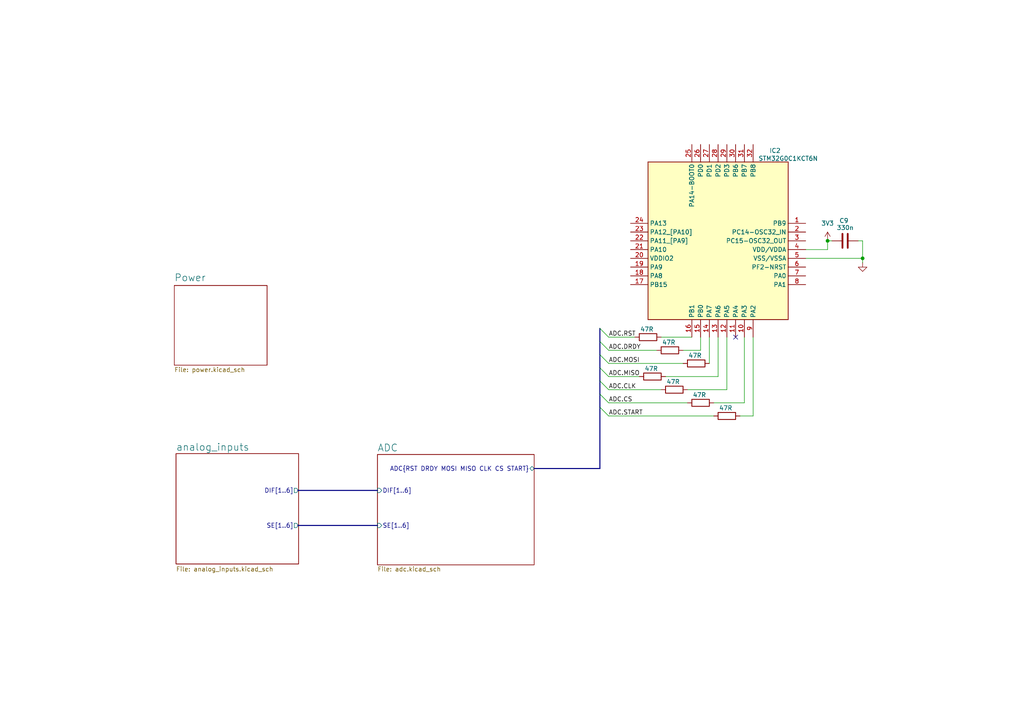
<source format=kicad_sch>
(kicad_sch
	(version 20250114)
	(generator "eeschema")
	(generator_version "9.0")
	(uuid "b652b05a-4e3d-4ad1-b032-18886abe7d45")
	(paper "A4")
	(title_block
		(title "Universal use measuring PCB")
		(rev "${REVISION}")
		(company "Author: Kacper Pawlak")
		(comment 1 "Reviewer:")
	)
	(lib_symbols
		(symbol "Device:C"
			(pin_numbers
				(hide yes)
			)
			(pin_names
				(offset 0.254)
			)
			(exclude_from_sim no)
			(in_bom yes)
			(on_board yes)
			(property "Reference" "C"
				(at 0.635 2.54 0)
				(effects
					(font
						(size 1.27 1.27)
					)
					(justify left)
				)
			)
			(property "Value" "C"
				(at 0.635 -2.54 0)
				(effects
					(font
						(size 1.27 1.27)
					)
					(justify left)
				)
			)
			(property "Footprint" ""
				(at 0.9652 -3.81 0)
				(effects
					(font
						(size 1.27 1.27)
					)
					(hide yes)
				)
			)
			(property "Datasheet" "~"
				(at 0 0 0)
				(effects
					(font
						(size 1.27 1.27)
					)
					(hide yes)
				)
			)
			(property "Description" "Unpolarized capacitor"
				(at 0 0 0)
				(effects
					(font
						(size 1.27 1.27)
					)
					(hide yes)
				)
			)
			(property "ki_keywords" "cap capacitor"
				(at 0 0 0)
				(effects
					(font
						(size 1.27 1.27)
					)
					(hide yes)
				)
			)
			(property "ki_fp_filters" "C_*"
				(at 0 0 0)
				(effects
					(font
						(size 1.27 1.27)
					)
					(hide yes)
				)
			)
			(symbol "C_0_1"
				(polyline
					(pts
						(xy -2.032 0.762) (xy 2.032 0.762)
					)
					(stroke
						(width 0.508)
						(type default)
					)
					(fill
						(type none)
					)
				)
				(polyline
					(pts
						(xy -2.032 -0.762) (xy 2.032 -0.762)
					)
					(stroke
						(width 0.508)
						(type default)
					)
					(fill
						(type none)
					)
				)
			)
			(symbol "C_1_1"
				(pin passive line
					(at 0 3.81 270)
					(length 2.794)
					(name "~"
						(effects
							(font
								(size 1.27 1.27)
							)
						)
					)
					(number "1"
						(effects
							(font
								(size 1.27 1.27)
							)
						)
					)
				)
				(pin passive line
					(at 0 -3.81 90)
					(length 2.794)
					(name "~"
						(effects
							(font
								(size 1.27 1.27)
							)
						)
					)
					(number "2"
						(effects
							(font
								(size 1.27 1.27)
							)
						)
					)
				)
			)
			(embedded_fonts no)
		)
		(symbol "Device:R"
			(pin_numbers
				(hide yes)
			)
			(pin_names
				(offset 0)
			)
			(exclude_from_sim no)
			(in_bom yes)
			(on_board yes)
			(property "Reference" "R"
				(at 2.032 0 90)
				(effects
					(font
						(size 1.27 1.27)
					)
				)
			)
			(property "Value" "R"
				(at 0 0 90)
				(effects
					(font
						(size 1.27 1.27)
					)
				)
			)
			(property "Footprint" ""
				(at -1.778 0 90)
				(effects
					(font
						(size 1.27 1.27)
					)
					(hide yes)
				)
			)
			(property "Datasheet" "~"
				(at 0 0 0)
				(effects
					(font
						(size 1.27 1.27)
					)
					(hide yes)
				)
			)
			(property "Description" "Resistor"
				(at 0 0 0)
				(effects
					(font
						(size 1.27 1.27)
					)
					(hide yes)
				)
			)
			(property "ki_keywords" "R res resistor"
				(at 0 0 0)
				(effects
					(font
						(size 1.27 1.27)
					)
					(hide yes)
				)
			)
			(property "ki_fp_filters" "R_*"
				(at 0 0 0)
				(effects
					(font
						(size 1.27 1.27)
					)
					(hide yes)
				)
			)
			(symbol "R_0_1"
				(rectangle
					(start -1.016 -2.54)
					(end 1.016 2.54)
					(stroke
						(width 0.254)
						(type default)
					)
					(fill
						(type none)
					)
				)
			)
			(symbol "R_1_1"
				(pin passive line
					(at 0 3.81 270)
					(length 1.27)
					(name "~"
						(effects
							(font
								(size 1.27 1.27)
							)
						)
					)
					(number "1"
						(effects
							(font
								(size 1.27 1.27)
							)
						)
					)
				)
				(pin passive line
					(at 0 -3.81 90)
					(length 1.27)
					(name "~"
						(effects
							(font
								(size 1.27 1.27)
							)
						)
					)
					(number "2"
						(effects
							(font
								(size 1.27 1.27)
							)
						)
					)
				)
			)
			(embedded_fonts no)
		)
		(symbol "STM32G0C1KCT6N:STM32G0C1KCT6N"
			(exclude_from_sim no)
			(in_bom yes)
			(on_board yes)
			(property "Reference" "IC"
				(at 46.99 22.86 0)
				(effects
					(font
						(size 1.27 1.27)
					)
					(justify left top)
				)
			)
			(property "Value" "STM32G0C1KCT6N"
				(at 46.99 20.32 0)
				(effects
					(font
						(size 1.27 1.27)
					)
					(justify left top)
				)
			)
			(property "Footprint" "QFP80P900X900X160-32N"
				(at 46.99 -79.68 0)
				(effects
					(font
						(size 1.27 1.27)
					)
					(justify left top)
					(hide yes)
				)
			)
			(property "Datasheet" "https://www.st.com/resource/en/datasheet/stm32g0c1cc.pdf"
				(at 46.99 -179.68 0)
				(effects
					(font
						(size 1.27 1.27)
					)
					(justify left top)
					(hide yes)
				)
			)
			(property "Description" "Mainstream Arm Cortex-M0+ 32-bit MCU, up to 512KB Flash, 144KB RAM, 6x USART, timers, ADC, DAC, comm. I/Fs, AES, RNG, 1.7-3.6V"
				(at 0 0 0)
				(effects
					(font
						(size 1.27 1.27)
					)
					(hide yes)
				)
			)
			(property "Height" "1.6"
				(at 46.99 -379.68 0)
				(effects
					(font
						(size 1.27 1.27)
					)
					(justify left top)
					(hide yes)
				)
			)
			(property "Mouser Part Number" "511-STM32G0C1KCT6N"
				(at 46.99 -479.68 0)
				(effects
					(font
						(size 1.27 1.27)
					)
					(justify left top)
					(hide yes)
				)
			)
			(property "Mouser Price/Stock" "https://www.mouser.co.uk/ProductDetail/STMicroelectronics/STM32G0C1KCT6N?qs=iLbezkQI%252Bshu4f%252BBp0CpFw%3D%3D"
				(at 46.99 -579.68 0)
				(effects
					(font
						(size 1.27 1.27)
					)
					(justify left top)
					(hide yes)
				)
			)
			(property "Manufacturer_Name" "STMicroelectronics"
				(at 46.99 -679.68 0)
				(effects
					(font
						(size 1.27 1.27)
					)
					(justify left top)
					(hide yes)
				)
			)
			(property "Manufacturer_Part_Number" "STM32G0C1KCT6N"
				(at 46.99 -779.68 0)
				(effects
					(font
						(size 1.27 1.27)
					)
					(justify left top)
					(hide yes)
				)
			)
			(symbol "STM32G0C1KCT6N_1_1"
				(rectangle
					(start 5.08 17.78)
					(end 45.72 -27.94)
					(stroke
						(width 0.254)
						(type default)
					)
					(fill
						(type background)
					)
				)
				(pin passive line
					(at 0 0 0)
					(length 5.08)
					(name "PB9"
						(effects
							(font
								(size 1.27 1.27)
							)
						)
					)
					(number "1"
						(effects
							(font
								(size 1.27 1.27)
							)
						)
					)
				)
				(pin passive line
					(at 0 -2.54 0)
					(length 5.08)
					(name "PC14-OSC32_IN"
						(effects
							(font
								(size 1.27 1.27)
							)
						)
					)
					(number "2"
						(effects
							(font
								(size 1.27 1.27)
							)
						)
					)
				)
				(pin passive line
					(at 0 -5.08 0)
					(length 5.08)
					(name "PC15-OSC32_OUT"
						(effects
							(font
								(size 1.27 1.27)
							)
						)
					)
					(number "3"
						(effects
							(font
								(size 1.27 1.27)
							)
						)
					)
				)
				(pin passive line
					(at 0 -7.62 0)
					(length 5.08)
					(name "VDD/VDDA"
						(effects
							(font
								(size 1.27 1.27)
							)
						)
					)
					(number "4"
						(effects
							(font
								(size 1.27 1.27)
							)
						)
					)
				)
				(pin passive line
					(at 0 -10.16 0)
					(length 5.08)
					(name "VSS/VSSA"
						(effects
							(font
								(size 1.27 1.27)
							)
						)
					)
					(number "5"
						(effects
							(font
								(size 1.27 1.27)
							)
						)
					)
				)
				(pin passive line
					(at 0 -12.7 0)
					(length 5.08)
					(name "PF2-NRST"
						(effects
							(font
								(size 1.27 1.27)
							)
						)
					)
					(number "6"
						(effects
							(font
								(size 1.27 1.27)
							)
						)
					)
				)
				(pin passive line
					(at 0 -15.24 0)
					(length 5.08)
					(name "PA0"
						(effects
							(font
								(size 1.27 1.27)
							)
						)
					)
					(number "7"
						(effects
							(font
								(size 1.27 1.27)
							)
						)
					)
				)
				(pin passive line
					(at 0 -17.78 0)
					(length 5.08)
					(name "PA1"
						(effects
							(font
								(size 1.27 1.27)
							)
						)
					)
					(number "8"
						(effects
							(font
								(size 1.27 1.27)
							)
						)
					)
				)
				(pin passive line
					(at 15.24 22.86 270)
					(length 5.08)
					(name "PB8"
						(effects
							(font
								(size 1.27 1.27)
							)
						)
					)
					(number "32"
						(effects
							(font
								(size 1.27 1.27)
							)
						)
					)
				)
				(pin passive line
					(at 15.24 -33.02 90)
					(length 5.08)
					(name "PA2"
						(effects
							(font
								(size 1.27 1.27)
							)
						)
					)
					(number "9"
						(effects
							(font
								(size 1.27 1.27)
							)
						)
					)
				)
				(pin passive line
					(at 17.78 22.86 270)
					(length 5.08)
					(name "PB7"
						(effects
							(font
								(size 1.27 1.27)
							)
						)
					)
					(number "31"
						(effects
							(font
								(size 1.27 1.27)
							)
						)
					)
				)
				(pin passive line
					(at 17.78 -33.02 90)
					(length 5.08)
					(name "PA3"
						(effects
							(font
								(size 1.27 1.27)
							)
						)
					)
					(number "10"
						(effects
							(font
								(size 1.27 1.27)
							)
						)
					)
				)
				(pin passive line
					(at 20.32 22.86 270)
					(length 5.08)
					(name "PB6"
						(effects
							(font
								(size 1.27 1.27)
							)
						)
					)
					(number "30"
						(effects
							(font
								(size 1.27 1.27)
							)
						)
					)
				)
				(pin passive line
					(at 20.32 -33.02 90)
					(length 5.08)
					(name "PA4"
						(effects
							(font
								(size 1.27 1.27)
							)
						)
					)
					(number "11"
						(effects
							(font
								(size 1.27 1.27)
							)
						)
					)
				)
				(pin passive line
					(at 22.86 22.86 270)
					(length 5.08)
					(name "PD3"
						(effects
							(font
								(size 1.27 1.27)
							)
						)
					)
					(number "29"
						(effects
							(font
								(size 1.27 1.27)
							)
						)
					)
				)
				(pin passive line
					(at 22.86 -33.02 90)
					(length 5.08)
					(name "PA5"
						(effects
							(font
								(size 1.27 1.27)
							)
						)
					)
					(number "12"
						(effects
							(font
								(size 1.27 1.27)
							)
						)
					)
				)
				(pin passive line
					(at 25.4 22.86 270)
					(length 5.08)
					(name "PD2"
						(effects
							(font
								(size 1.27 1.27)
							)
						)
					)
					(number "28"
						(effects
							(font
								(size 1.27 1.27)
							)
						)
					)
				)
				(pin passive line
					(at 25.4 -33.02 90)
					(length 5.08)
					(name "PA6"
						(effects
							(font
								(size 1.27 1.27)
							)
						)
					)
					(number "13"
						(effects
							(font
								(size 1.27 1.27)
							)
						)
					)
				)
				(pin passive line
					(at 27.94 22.86 270)
					(length 5.08)
					(name "PD1"
						(effects
							(font
								(size 1.27 1.27)
							)
						)
					)
					(number "27"
						(effects
							(font
								(size 1.27 1.27)
							)
						)
					)
				)
				(pin passive line
					(at 27.94 -33.02 90)
					(length 5.08)
					(name "PA7"
						(effects
							(font
								(size 1.27 1.27)
							)
						)
					)
					(number "14"
						(effects
							(font
								(size 1.27 1.27)
							)
						)
					)
				)
				(pin passive line
					(at 30.48 22.86 270)
					(length 5.08)
					(name "PD0"
						(effects
							(font
								(size 1.27 1.27)
							)
						)
					)
					(number "26"
						(effects
							(font
								(size 1.27 1.27)
							)
						)
					)
				)
				(pin passive line
					(at 30.48 -33.02 90)
					(length 5.08)
					(name "PB0"
						(effects
							(font
								(size 1.27 1.27)
							)
						)
					)
					(number "15"
						(effects
							(font
								(size 1.27 1.27)
							)
						)
					)
				)
				(pin passive line
					(at 33.02 22.86 270)
					(length 5.08)
					(name "PA14-BOOT0"
						(effects
							(font
								(size 1.27 1.27)
							)
						)
					)
					(number "25"
						(effects
							(font
								(size 1.27 1.27)
							)
						)
					)
				)
				(pin passive line
					(at 33.02 -33.02 90)
					(length 5.08)
					(name "PB1"
						(effects
							(font
								(size 1.27 1.27)
							)
						)
					)
					(number "16"
						(effects
							(font
								(size 1.27 1.27)
							)
						)
					)
				)
				(pin passive line
					(at 50.8 0 180)
					(length 5.08)
					(name "PA13"
						(effects
							(font
								(size 1.27 1.27)
							)
						)
					)
					(number "24"
						(effects
							(font
								(size 1.27 1.27)
							)
						)
					)
				)
				(pin passive line
					(at 50.8 -2.54 180)
					(length 5.08)
					(name "PA12_[PA10]"
						(effects
							(font
								(size 1.27 1.27)
							)
						)
					)
					(number "23"
						(effects
							(font
								(size 1.27 1.27)
							)
						)
					)
				)
				(pin passive line
					(at 50.8 -5.08 180)
					(length 5.08)
					(name "PA11_[PA9]"
						(effects
							(font
								(size 1.27 1.27)
							)
						)
					)
					(number "22"
						(effects
							(font
								(size 1.27 1.27)
							)
						)
					)
				)
				(pin passive line
					(at 50.8 -7.62 180)
					(length 5.08)
					(name "PA10"
						(effects
							(font
								(size 1.27 1.27)
							)
						)
					)
					(number "21"
						(effects
							(font
								(size 1.27 1.27)
							)
						)
					)
				)
				(pin passive line
					(at 50.8 -10.16 180)
					(length 5.08)
					(name "VDDIO2"
						(effects
							(font
								(size 1.27 1.27)
							)
						)
					)
					(number "20"
						(effects
							(font
								(size 1.27 1.27)
							)
						)
					)
				)
				(pin passive line
					(at 50.8 -12.7 180)
					(length 5.08)
					(name "PA9"
						(effects
							(font
								(size 1.27 1.27)
							)
						)
					)
					(number "19"
						(effects
							(font
								(size 1.27 1.27)
							)
						)
					)
				)
				(pin passive line
					(at 50.8 -15.24 180)
					(length 5.08)
					(name "PA8"
						(effects
							(font
								(size 1.27 1.27)
							)
						)
					)
					(number "18"
						(effects
							(font
								(size 1.27 1.27)
							)
						)
					)
				)
				(pin passive line
					(at 50.8 -17.78 180)
					(length 5.08)
					(name "PB15"
						(effects
							(font
								(size 1.27 1.27)
							)
						)
					)
					(number "17"
						(effects
							(font
								(size 1.27 1.27)
							)
						)
					)
				)
			)
			(embedded_fonts no)
		)
		(symbol "power:+5V"
			(power)
			(pin_numbers
				(hide yes)
			)
			(pin_names
				(offset 0)
				(hide yes)
			)
			(exclude_from_sim no)
			(in_bom yes)
			(on_board yes)
			(property "Reference" "#PWR"
				(at 0 -3.81 0)
				(effects
					(font
						(size 1.27 1.27)
					)
					(hide yes)
				)
			)
			(property "Value" "+5V"
				(at 0 3.556 0)
				(effects
					(font
						(size 1.27 1.27)
					)
				)
			)
			(property "Footprint" ""
				(at 0 0 0)
				(effects
					(font
						(size 1.27 1.27)
					)
					(hide yes)
				)
			)
			(property "Datasheet" ""
				(at 0 0 0)
				(effects
					(font
						(size 1.27 1.27)
					)
					(hide yes)
				)
			)
			(property "Description" "Power symbol creates a global label with name \"+5V\""
				(at 0 0 0)
				(effects
					(font
						(size 1.27 1.27)
					)
					(hide yes)
				)
			)
			(property "ki_keywords" "global power"
				(at 0 0 0)
				(effects
					(font
						(size 1.27 1.27)
					)
					(hide yes)
				)
			)
			(symbol "+5V_0_1"
				(polyline
					(pts
						(xy -0.762 1.27) (xy 0 2.54)
					)
					(stroke
						(width 0)
						(type default)
					)
					(fill
						(type none)
					)
				)
				(polyline
					(pts
						(xy 0 2.54) (xy 0.762 1.27)
					)
					(stroke
						(width 0)
						(type default)
					)
					(fill
						(type none)
					)
				)
				(polyline
					(pts
						(xy 0 0) (xy 0 2.54)
					)
					(stroke
						(width 0)
						(type default)
					)
					(fill
						(type none)
					)
				)
			)
			(symbol "+5V_1_1"
				(pin power_in line
					(at 0 0 90)
					(length 0)
					(name "~"
						(effects
							(font
								(size 1.27 1.27)
							)
						)
					)
					(number "1"
						(effects
							(font
								(size 1.27 1.27)
							)
						)
					)
				)
			)
			(embedded_fonts no)
		)
		(symbol "power:GND"
			(power)
			(pin_numbers
				(hide yes)
			)
			(pin_names
				(offset 0)
				(hide yes)
			)
			(exclude_from_sim no)
			(in_bom yes)
			(on_board yes)
			(property "Reference" "#PWR"
				(at 0 -6.35 0)
				(effects
					(font
						(size 1.27 1.27)
					)
					(hide yes)
				)
			)
			(property "Value" "GND"
				(at 0 -3.81 0)
				(effects
					(font
						(size 1.27 1.27)
					)
				)
			)
			(property "Footprint" ""
				(at 0 0 0)
				(effects
					(font
						(size 1.27 1.27)
					)
					(hide yes)
				)
			)
			(property "Datasheet" ""
				(at 0 0 0)
				(effects
					(font
						(size 1.27 1.27)
					)
					(hide yes)
				)
			)
			(property "Description" "Power symbol creates a global label with name \"GND\" , ground"
				(at 0 0 0)
				(effects
					(font
						(size 1.27 1.27)
					)
					(hide yes)
				)
			)
			(property "ki_keywords" "global power"
				(at 0 0 0)
				(effects
					(font
						(size 1.27 1.27)
					)
					(hide yes)
				)
			)
			(symbol "GND_0_1"
				(polyline
					(pts
						(xy 0 0) (xy 0 -1.27) (xy 1.27 -1.27) (xy 0 -2.54) (xy -1.27 -1.27) (xy 0 -1.27)
					)
					(stroke
						(width 0)
						(type default)
					)
					(fill
						(type none)
					)
				)
			)
			(symbol "GND_1_1"
				(pin power_in line
					(at 0 0 270)
					(length 0)
					(name "~"
						(effects
							(font
								(size 1.27 1.27)
							)
						)
					)
					(number "1"
						(effects
							(font
								(size 1.27 1.27)
							)
						)
					)
				)
			)
			(embedded_fonts no)
		)
	)
	(junction
		(at 250.19 74.93)
		(diameter 0)
		(color 0 0 0 0)
		(uuid "33e65d51-c665-448f-80c4-d3d173ce0255")
	)
	(junction
		(at 240.03 69.85)
		(diameter 0)
		(color 0 0 0 0)
		(uuid "d943c03b-fc78-4df6-988f-29479bd2e86e")
	)
	(no_connect
		(at 213.36 97.79)
		(uuid "78f4a190-bf4d-4c08-8e3e-42cf4967b94d")
	)
	(bus_entry
		(at 176.53 101.6)
		(size -2.54 -2.54)
		(stroke
			(width 0)
			(type default)
		)
		(uuid "12caf75a-43b3-44f9-8e93-91866ceb3d43")
	)
	(bus_entry
		(at 176.53 97.79)
		(size -2.54 -2.54)
		(stroke
			(width 0)
			(type default)
		)
		(uuid "399aba1f-9bbf-4d90-bbeb-be3678372118")
	)
	(bus_entry
		(at 176.53 109.22)
		(size -2.54 -2.54)
		(stroke
			(width 0)
			(type default)
		)
		(uuid "41136597-109c-45f0-af47-8c61cbc0100b")
	)
	(bus_entry
		(at 176.53 105.41)
		(size -2.54 -2.54)
		(stroke
			(width 0)
			(type default)
		)
		(uuid "4531da54-ec20-44f7-9597-68f210ec2b73")
	)
	(bus_entry
		(at 176.53 116.84)
		(size -2.54 -2.54)
		(stroke
			(width 0)
			(type default)
		)
		(uuid "ac8fcfd5-2d71-4b70-a4d3-3835e432f6e1")
	)
	(bus_entry
		(at 176.53 120.65)
		(size -2.54 -2.54)
		(stroke
			(width 0)
			(type default)
		)
		(uuid "c5925f28-4203-49c9-8fd6-285ff95e46b8")
	)
	(bus_entry
		(at 176.53 113.03)
		(size -2.54 -2.54)
		(stroke
			(width 0)
			(type default)
		)
		(uuid "d6fe7b2c-7a71-4025-b162-242d755b1758")
	)
	(bus
		(pts
			(xy 173.99 118.11) (xy 173.99 135.89)
		)
		(stroke
			(width 0)
			(type default)
		)
		(uuid "01938dd6-aade-4734-9139-45458065e121")
	)
	(bus
		(pts
			(xy 86.36 142.24) (xy 109.474 142.24)
		)
		(stroke
			(width 0)
			(type default)
		)
		(uuid "17ae0447-7ec0-4c3a-97df-aad57d7b2050")
	)
	(wire
		(pts
			(xy 191.77 97.79) (xy 200.66 97.79)
		)
		(stroke
			(width 0)
			(type default)
		)
		(uuid "2318a4f8-dc6c-40cc-8f7b-d73e26f0ad90")
	)
	(wire
		(pts
			(xy 198.12 101.6) (xy 203.2 101.6)
		)
		(stroke
			(width 0)
			(type default)
		)
		(uuid "30033e94-7827-4715-8ebf-3404776f9128")
	)
	(bus
		(pts
			(xy 86.36 152.4) (xy 109.474 152.4)
		)
		(stroke
			(width 0)
			(type default)
		)
		(uuid "35d07e33-5b03-48a9-9f4c-32ac03ad890e")
	)
	(wire
		(pts
			(xy 250.19 69.85) (xy 250.19 74.93)
		)
		(stroke
			(width 0)
			(type default)
		)
		(uuid "36d81254-72dc-43f5-914c-957019b9d375")
	)
	(wire
		(pts
			(xy 248.92 69.85) (xy 250.19 69.85)
		)
		(stroke
			(width 0)
			(type default)
		)
		(uuid "44c4302e-903f-4d76-b6ec-ada0aa3b745b")
	)
	(wire
		(pts
			(xy 215.9 97.79) (xy 215.9 116.84)
		)
		(stroke
			(width 0)
			(type default)
		)
		(uuid "526004cb-695d-4396-a5e3-d871baf32323")
	)
	(wire
		(pts
			(xy 176.53 97.79) (xy 184.15 97.79)
		)
		(stroke
			(width 0)
			(type default)
		)
		(uuid "586bc1bb-215d-4ee4-b929-ad105db8c8ea")
	)
	(bus
		(pts
			(xy 154.94 135.89) (xy 173.99 135.89)
		)
		(stroke
			(width 0)
			(type default)
		)
		(uuid "601f6e93-d135-4b20-bd27-38eaeebb79fa")
	)
	(wire
		(pts
			(xy 176.53 105.41) (xy 198.12 105.41)
		)
		(stroke
			(width 0)
			(type default)
		)
		(uuid "61437b66-c3d7-4df7-8f69-dd13e02b4219")
	)
	(wire
		(pts
			(xy 250.19 74.93) (xy 250.19 76.2)
		)
		(stroke
			(width 0)
			(type default)
		)
		(uuid "6171e874-4b74-47a8-b765-46061aad5924")
	)
	(wire
		(pts
			(xy 241.3 69.85) (xy 240.03 69.85)
		)
		(stroke
			(width 0)
			(type default)
		)
		(uuid "6303c194-b663-4939-aca5-a602a0643bb8")
	)
	(bus
		(pts
			(xy 173.99 102.87) (xy 173.99 106.68)
		)
		(stroke
			(width 0)
			(type default)
		)
		(uuid "6492e71c-66b3-4f82-9407-0d43863fe6dc")
	)
	(wire
		(pts
			(xy 176.53 109.22) (xy 185.42 109.22)
		)
		(stroke
			(width 0)
			(type default)
		)
		(uuid "686e1fbd-afa5-421a-b669-d350164fa613")
	)
	(wire
		(pts
			(xy 207.01 116.84) (xy 215.9 116.84)
		)
		(stroke
			(width 0)
			(type default)
		)
		(uuid "68bd7849-447c-4a20-a115-383fd6f873a7")
	)
	(wire
		(pts
			(xy 205.74 97.79) (xy 205.74 105.41)
		)
		(stroke
			(width 0)
			(type default)
		)
		(uuid "6e3b025e-13f2-453a-9c5a-68301a869231")
	)
	(bus
		(pts
			(xy 173.99 99.06) (xy 173.99 102.87)
		)
		(stroke
			(width 0)
			(type default)
		)
		(uuid "745317a1-35db-4cb8-b8f6-4aa7d0f89c05")
	)
	(wire
		(pts
			(xy 176.53 116.84) (xy 199.39 116.84)
		)
		(stroke
			(width 0)
			(type default)
		)
		(uuid "75b57b67-2465-40ba-bf5e-59bcd8f30280")
	)
	(bus
		(pts
			(xy 173.99 106.68) (xy 173.99 110.49)
		)
		(stroke
			(width 0)
			(type default)
		)
		(uuid "7ab01052-60c8-4cf3-a89d-aaff7d34a4aa")
	)
	(bus
		(pts
			(xy 173.99 114.3) (xy 173.99 118.11)
		)
		(stroke
			(width 0)
			(type default)
		)
		(uuid "7b206c5f-44a0-49d6-9034-87a8db0cac65")
	)
	(wire
		(pts
			(xy 176.53 113.03) (xy 191.77 113.03)
		)
		(stroke
			(width 0)
			(type default)
		)
		(uuid "8a8a6fe5-589d-48bb-9b14-378aaa2ce02b")
	)
	(bus
		(pts
			(xy 173.99 95.25) (xy 173.99 99.06)
		)
		(stroke
			(width 0)
			(type default)
		)
		(uuid "93b5c2f0-4936-4455-a4d7-88c555576448")
	)
	(wire
		(pts
			(xy 199.39 113.03) (xy 210.82 113.03)
		)
		(stroke
			(width 0)
			(type default)
		)
		(uuid "94f89467-db21-4e32-a8e2-f90b49d8fc3f")
	)
	(wire
		(pts
			(xy 208.28 97.79) (xy 208.28 109.22)
		)
		(stroke
			(width 0)
			(type default)
		)
		(uuid "9a08eb8d-8e0a-4e2d-b28a-b5c69502ef95")
	)
	(wire
		(pts
			(xy 233.68 74.93) (xy 250.19 74.93)
		)
		(stroke
			(width 0)
			(type default)
		)
		(uuid "a75eefe3-f916-41bd-9766-6d3f8932288c")
	)
	(wire
		(pts
			(xy 203.2 101.6) (xy 203.2 97.79)
		)
		(stroke
			(width 0)
			(type default)
		)
		(uuid "ae2d1074-93e4-4ed7-816e-fe38eeb29b6f")
	)
	(wire
		(pts
			(xy 210.82 97.79) (xy 210.82 113.03)
		)
		(stroke
			(width 0)
			(type default)
		)
		(uuid "b17f6a09-6c1d-45fe-9d3e-cba7f71b0d17")
	)
	(wire
		(pts
			(xy 214.63 120.65) (xy 218.44 120.65)
		)
		(stroke
			(width 0)
			(type default)
		)
		(uuid "b70ef2a2-40c0-460e-b19d-eeda151005a6")
	)
	(wire
		(pts
			(xy 233.68 72.39) (xy 240.03 72.39)
		)
		(stroke
			(width 0)
			(type default)
		)
		(uuid "c6e60511-0cb7-4701-b6ae-3b1919e42f80")
	)
	(wire
		(pts
			(xy 176.53 120.65) (xy 207.01 120.65)
		)
		(stroke
			(width 0)
			(type default)
		)
		(uuid "d0394b18-3689-4929-b1b7-a5e1121386df")
	)
	(wire
		(pts
			(xy 240.03 69.85) (xy 240.03 72.39)
		)
		(stroke
			(width 0)
			(type default)
		)
		(uuid "de3f3d30-c18a-41a0-a48f-7b282e4d8974")
	)
	(wire
		(pts
			(xy 176.53 101.6) (xy 190.5 101.6)
		)
		(stroke
			(width 0)
			(type default)
		)
		(uuid "e28b1232-581e-494b-a5ec-ac24af69901f")
	)
	(bus
		(pts
			(xy 173.99 110.49) (xy 173.99 114.3)
		)
		(stroke
			(width 0)
			(type default)
		)
		(uuid "e72230de-1ef0-4b3e-9e79-f28ec2831238")
	)
	(wire
		(pts
			(xy 193.04 109.22) (xy 208.28 109.22)
		)
		(stroke
			(width 0)
			(type default)
		)
		(uuid "f2b1f5e1-cf6a-4e1a-a7fe-dbb2dc334a31")
	)
	(wire
		(pts
			(xy 218.44 97.79) (xy 218.44 120.65)
		)
		(stroke
			(width 0)
			(type default)
		)
		(uuid "fafc7d2e-b656-4156-89b2-5226dd4cd785")
	)
	(label "ADC.MOSI"
		(at 176.53 105.41 0)
		(effects
			(font
				(size 1.27 1.27)
			)
			(justify left bottom)
		)
		(uuid "2c588c9e-5ac3-43db-82a4-51d584b28b59")
	)
	(label "ADC.CLK"
		(at 176.53 113.03 0)
		(effects
			(font
				(size 1.27 1.27)
			)
			(justify left bottom)
		)
		(uuid "3929868b-2e26-4e7f-b151-08d8afbffa26")
	)
	(label "ADC.START"
		(at 176.53 120.65 0)
		(effects
			(font
				(size 1.27 1.27)
			)
			(justify left bottom)
		)
		(uuid "42f49a1f-bc71-4112-b83b-80a289715441")
	)
	(label "ADC.RST"
		(at 176.53 97.79 0)
		(effects
			(font
				(size 1.27 1.27)
			)
			(justify left bottom)
		)
		(uuid "5a00f303-47d9-4588-b71e-a6b44f27178d")
	)
	(label "ADC.MISO"
		(at 176.53 109.22 0)
		(effects
			(font
				(size 1.27 1.27)
			)
			(justify left bottom)
		)
		(uuid "5bbb1acb-1225-47c1-8248-ba88efa977c3")
	)
	(label "ADC.DRDY"
		(at 176.53 101.6 0)
		(effects
			(font
				(size 1.27 1.27)
			)
			(justify left bottom)
		)
		(uuid "7a42b3c0-91d7-4495-b97b-50d820f41c01")
	)
	(label "ADC.CS"
		(at 176.53 116.84 0)
		(effects
			(font
				(size 1.27 1.27)
			)
			(justify left bottom)
		)
		(uuid "92550c74-a1c8-4dad-88a7-cf3a4fbdc7af")
	)
	(symbol
		(lib_id "power:GND")
		(at 250.19 76.2 0)
		(mirror y)
		(unit 1)
		(exclude_from_sim no)
		(in_bom yes)
		(on_board yes)
		(dnp no)
		(fields_autoplaced yes)
		(uuid "1121b252-c8d3-470d-b776-033edebeecf8")
		(property "Reference" "#PWR082"
			(at 250.19 82.55 0)
			(effects
				(font
					(size 1.27 1.27)
				)
				(hide yes)
			)
		)
		(property "Value" "GND"
			(at 250.19 81.28 0)
			(effects
				(font
					(size 1.27 1.27)
				)
				(hide yes)
			)
		)
		(property "Footprint" ""
			(at 250.19 76.2 0)
			(effects
				(font
					(size 1.27 1.27)
				)
				(hide yes)
			)
		)
		(property "Datasheet" ""
			(at 250.19 76.2 0)
			(effects
				(font
					(size 1.27 1.27)
				)
				(hide yes)
			)
		)
		(property "Description" "Power symbol creates a global label with name \"GND\" , ground"
			(at 250.19 76.2 0)
			(effects
				(font
					(size 1.27 1.27)
				)
				(hide yes)
			)
		)
		(pin "1"
			(uuid "a5c89c1e-896c-4aad-899b-1c8f9752e029")
		)
		(instances
			(project "upp_simple"
				(path "/b652b05a-4e3d-4ad1-b032-18886abe7d45"
					(reference "#PWR082")
					(unit 1)
				)
			)
		)
	)
	(symbol
		(lib_id "Device:R")
		(at 201.93 105.41 270)
		(mirror x)
		(unit 1)
		(exclude_from_sim no)
		(in_bom yes)
		(on_board yes)
		(dnp no)
		(uuid "2868f16c-3f15-4344-a905-fe5018bff64a")
		(property "Reference" "R9"
			(at 201.422 102.87 90)
			(effects
				(font
					(size 1.27 1.27)
				)
				(justify left)
				(hide yes)
			)
		)
		(property "Value" "47R"
			(at 199.644 103.124 90)
			(effects
				(font
					(size 1.27 1.27)
				)
				(justify left)
			)
		)
		(property "Footprint" ""
			(at 201.93 107.188 90)
			(effects
				(font
					(size 1.27 1.27)
				)
				(hide yes)
			)
		)
		(property "Datasheet" "~"
			(at 201.93 105.41 0)
			(effects
				(font
					(size 1.27 1.27)
				)
				(hide yes)
			)
		)
		(property "Description" "Resistor"
			(at 201.93 105.41 0)
			(effects
				(font
					(size 1.27 1.27)
				)
				(hide yes)
			)
		)
		(pin "2"
			(uuid "4c070196-745e-4c30-9a3a-8b4b5009932a")
		)
		(pin "1"
			(uuid "e757fbf8-1d73-4e7b-ab3c-fbd7afec6339")
		)
		(instances
			(project "upp_simple"
				(path "/b652b05a-4e3d-4ad1-b032-18886abe7d45"
					(reference "R9")
					(unit 1)
				)
			)
		)
	)
	(symbol
		(lib_id "Device:R")
		(at 194.31 101.6 270)
		(mirror x)
		(unit 1)
		(exclude_from_sim no)
		(in_bom yes)
		(on_board yes)
		(dnp no)
		(uuid "494b726c-e5aa-40b0-9686-15a530ab511a")
		(property "Reference" "R12"
			(at 193.802 99.06 90)
			(effects
				(font
					(size 1.27 1.27)
				)
				(justify left)
				(hide yes)
			)
		)
		(property "Value" "47R"
			(at 192.024 99.314 90)
			(effects
				(font
					(size 1.27 1.27)
				)
				(justify left)
			)
		)
		(property "Footprint" ""
			(at 194.31 103.378 90)
			(effects
				(font
					(size 1.27 1.27)
				)
				(hide yes)
			)
		)
		(property "Datasheet" "~"
			(at 194.31 101.6 0)
			(effects
				(font
					(size 1.27 1.27)
				)
				(hide yes)
			)
		)
		(property "Description" "Resistor"
			(at 194.31 101.6 0)
			(effects
				(font
					(size 1.27 1.27)
				)
				(hide yes)
			)
		)
		(pin "2"
			(uuid "807ddb3e-74e8-4621-99bd-7f827b87ae68")
		)
		(pin "1"
			(uuid "fa08bc52-160a-4830-bf11-edae5aea8efb")
		)
		(instances
			(project "upp_simple"
				(path "/b652b05a-4e3d-4ad1-b032-18886abe7d45"
					(reference "R12")
					(unit 1)
				)
			)
		)
	)
	(symbol
		(lib_id "Device:R")
		(at 195.58 113.03 270)
		(mirror x)
		(unit 1)
		(exclude_from_sim no)
		(in_bom yes)
		(on_board yes)
		(dnp no)
		(uuid "59e6b33e-0795-469a-a98f-c675116ee989")
		(property "Reference" "R11"
			(at 195.072 110.49 90)
			(effects
				(font
					(size 1.27 1.27)
				)
				(justify left)
				(hide yes)
			)
		)
		(property "Value" "47R"
			(at 193.294 110.744 90)
			(effects
				(font
					(size 1.27 1.27)
				)
				(justify left)
			)
		)
		(property "Footprint" ""
			(at 195.58 114.808 90)
			(effects
				(font
					(size 1.27 1.27)
				)
				(hide yes)
			)
		)
		(property "Datasheet" "~"
			(at 195.58 113.03 0)
			(effects
				(font
					(size 1.27 1.27)
				)
				(hide yes)
			)
		)
		(property "Description" "Resistor"
			(at 195.58 113.03 0)
			(effects
				(font
					(size 1.27 1.27)
				)
				(hide yes)
			)
		)
		(pin "2"
			(uuid "e4fd2f95-9a20-47e2-8195-3da573a09276")
		)
		(pin "1"
			(uuid "9874a569-de8a-4d40-aa42-79de65db61bd")
		)
		(instances
			(project "upp_simple"
				(path "/b652b05a-4e3d-4ad1-b032-18886abe7d45"
					(reference "R11")
					(unit 1)
				)
			)
		)
	)
	(symbol
		(lib_id "Device:R")
		(at 203.2 116.84 270)
		(mirror x)
		(unit 1)
		(exclude_from_sim no)
		(in_bom yes)
		(on_board yes)
		(dnp no)
		(uuid "6096702a-062e-42a4-8e52-9651772bc3f8")
		(property "Reference" "R13"
			(at 202.692 114.3 90)
			(effects
				(font
					(size 1.27 1.27)
				)
				(justify left)
				(hide yes)
			)
		)
		(property "Value" "47R"
			(at 200.914 114.554 90)
			(effects
				(font
					(size 1.27 1.27)
				)
				(justify left)
			)
		)
		(property "Footprint" ""
			(at 203.2 118.618 90)
			(effects
				(font
					(size 1.27 1.27)
				)
				(hide yes)
			)
		)
		(property "Datasheet" "~"
			(at 203.2 116.84 0)
			(effects
				(font
					(size 1.27 1.27)
				)
				(hide yes)
			)
		)
		(property "Description" "Resistor"
			(at 203.2 116.84 0)
			(effects
				(font
					(size 1.27 1.27)
				)
				(hide yes)
			)
		)
		(pin "2"
			(uuid "4117b9a3-72e3-452b-96be-a8fbdb95fccb")
		)
		(pin "1"
			(uuid "aa8a5c98-1179-49bd-989f-37f80b539cb8")
		)
		(instances
			(project "upp_simple"
				(path "/b652b05a-4e3d-4ad1-b032-18886abe7d45"
					(reference "R13")
					(unit 1)
				)
			)
		)
	)
	(symbol
		(lib_id "Device:R")
		(at 210.82 120.65 270)
		(mirror x)
		(unit 1)
		(exclude_from_sim no)
		(in_bom yes)
		(on_board yes)
		(dnp no)
		(uuid "619890f9-3b9f-4c2c-8cfe-be2a340605df")
		(property "Reference" "R14"
			(at 210.312 118.11 90)
			(effects
				(font
					(size 1.27 1.27)
				)
				(justify left)
				(hide yes)
			)
		)
		(property "Value" "47R"
			(at 208.534 118.364 90)
			(effects
				(font
					(size 1.27 1.27)
				)
				(justify left)
			)
		)
		(property "Footprint" ""
			(at 210.82 122.428 90)
			(effects
				(font
					(size 1.27 1.27)
				)
				(hide yes)
			)
		)
		(property "Datasheet" "~"
			(at 210.82 120.65 0)
			(effects
				(font
					(size 1.27 1.27)
				)
				(hide yes)
			)
		)
		(property "Description" "Resistor"
			(at 210.82 120.65 0)
			(effects
				(font
					(size 1.27 1.27)
				)
				(hide yes)
			)
		)
		(pin "2"
			(uuid "372d3e89-4603-40bf-b78a-c571932495c5")
		)
		(pin "1"
			(uuid "3129c6f9-0a05-4767-acd8-b565c82603ba")
		)
		(instances
			(project "upp_simple"
				(path "/b652b05a-4e3d-4ad1-b032-18886abe7d45"
					(reference "R14")
					(unit 1)
				)
			)
		)
	)
	(symbol
		(lib_id "STM32G0C1KCT6N:STM32G0C1KCT6N")
		(at 233.68 64.77 0)
		(mirror y)
		(unit 1)
		(exclude_from_sim no)
		(in_bom yes)
		(on_board yes)
		(dnp no)
		(uuid "652780c3-8800-438c-affb-277140c21af6")
		(property "Reference" "IC2"
			(at 224.79 43.688 0)
			(effects
				(font
					(size 1.27 1.27)
				)
			)
		)
		(property "Value" "STM32G0C1KCT6N"
			(at 228.6 45.974 0)
			(effects
				(font
					(size 1.27 1.27)
				)
			)
		)
		(property "Footprint" "QFP80P900X900X160-32N"
			(at 186.69 144.45 0)
			(effects
				(font
					(size 1.27 1.27)
				)
				(justify left top)
				(hide yes)
			)
		)
		(property "Datasheet" "https://www.st.com/resource/en/datasheet/stm32g0c1cc.pdf"
			(at 186.69 244.45 0)
			(effects
				(font
					(size 1.27 1.27)
				)
				(justify left top)
				(hide yes)
			)
		)
		(property "Description" "Mainstream Arm Cortex-M0+ 32-bit MCU, up to 512KB Flash, 144KB RAM, 6x USART, timers, ADC, DAC, comm. I/Fs, AES, RNG, 1.7-3.6V"
			(at 233.68 64.77 0)
			(effects
				(font
					(size 1.27 1.27)
				)
				(hide yes)
			)
		)
		(property "Height" "1.6"
			(at 186.69 444.45 0)
			(effects
				(font
					(size 1.27 1.27)
				)
				(justify left top)
				(hide yes)
			)
		)
		(property "Mouser Part Number" "511-STM32G0C1KCT6N"
			(at 186.69 544.45 0)
			(effects
				(font
					(size 1.27 1.27)
				)
				(justify left top)
				(hide yes)
			)
		)
		(property "Mouser Price/Stock" "https://www.mouser.co.uk/ProductDetail/STMicroelectronics/STM32G0C1KCT6N?qs=iLbezkQI%252Bshu4f%252BBp0CpFw%3D%3D"
			(at 186.69 644.45 0)
			(effects
				(font
					(size 1.27 1.27)
				)
				(justify left top)
				(hide yes)
			)
		)
		(property "Manufacturer_Name" "STMicroelectronics"
			(at 186.69 744.45 0)
			(effects
				(font
					(size 1.27 1.27)
				)
				(justify left top)
				(hide yes)
			)
		)
		(property "Manufacturer_Part_Number" "STM32G0C1KCT6N"
			(at 186.69 844.45 0)
			(effects
				(font
					(size 1.27 1.27)
				)
				(justify left top)
				(hide yes)
			)
		)
		(pin "24"
			(uuid "65a8f122-af73-4545-b7b5-609c050a302e")
		)
		(pin "25"
			(uuid "e04b55c7-fee9-41bb-b546-f6210eab59d8")
		)
		(pin "15"
			(uuid "d89c3360-44b3-4758-9e34-3a67c76e4716")
		)
		(pin "21"
			(uuid "376f4243-79db-4786-af7d-015217ca960f")
		)
		(pin "20"
			(uuid "3e9abc64-1155-4403-b9d1-0b3bdd892b94")
		)
		(pin "19"
			(uuid "c3698f28-1083-485c-8c85-94869b770755")
		)
		(pin "17"
			(uuid "f7b37da7-19ed-4fa8-9a62-0f5b08178270")
		)
		(pin "22"
			(uuid "2da18b99-146f-4721-8033-1c17a1f4f5e8")
		)
		(pin "16"
			(uuid "ca166c73-ac91-4588-9fca-11909f1d41b0")
		)
		(pin "23"
			(uuid "9bac0089-b2df-4be0-8e94-54e2b731990e")
		)
		(pin "18"
			(uuid "1761a5de-2af7-40e0-9c8c-6e720f027198")
		)
		(pin "14"
			(uuid "85655f8d-8374-414c-9a25-6936155a8ffd")
		)
		(pin "3"
			(uuid "91d83c2e-dc22-4b24-a5a3-b67d91cca9f3")
		)
		(pin "26"
			(uuid "6cf970cd-b1f9-42ea-adb4-d6f22afe0cb9")
		)
		(pin "6"
			(uuid "26e933b9-81d9-40f7-84ea-0f8cf60ee3e8")
		)
		(pin "8"
			(uuid "0db932ef-5223-4c24-acda-5ec822dbe7f7")
		)
		(pin "12"
			(uuid "8797351d-7a02-4d58-be1e-316f6326c303")
		)
		(pin "28"
			(uuid "ada57070-7c22-4a9e-8606-538e3bf9331e")
		)
		(pin "2"
			(uuid "37494172-e572-4eea-b4ad-47333a7d9e98")
		)
		(pin "11"
			(uuid "08ed980f-0805-4d8e-b37b-35d4c28a3a65")
		)
		(pin "7"
			(uuid "d165e9ec-9206-4493-9f8c-8d2c08c6ce32")
		)
		(pin "1"
			(uuid "fb7198cc-ec15-493a-bc16-cd16b9918029")
		)
		(pin "4"
			(uuid "904ee7fd-4422-4120-818a-cb3e6487b6e9")
		)
		(pin "32"
			(uuid "f6ed058a-bbfa-4d7a-b0cb-63e18a039f08")
		)
		(pin "9"
			(uuid "7253a6ad-dcc6-4c72-b614-4667de0a07f7")
		)
		(pin "31"
			(uuid "fb0859eb-ec09-4325-8c30-bb8560a3fa56")
		)
		(pin "10"
			(uuid "e6cab8ba-6c7c-4893-8ff6-71e7d26ba08f")
		)
		(pin "30"
			(uuid "ea156a90-a152-491b-8064-a19382b9ce1b")
		)
		(pin "29"
			(uuid "d91a1c00-ea7f-4411-b3fd-921c911899dc")
		)
		(pin "13"
			(uuid "370ffaa0-bbde-4461-8104-98f0fd38a449")
		)
		(pin "5"
			(uuid "74500ad9-23fe-4661-953f-a3bf1429f387")
		)
		(pin "27"
			(uuid "1dc55aaf-8460-407c-80f5-5575fb1f4f6e")
		)
		(instances
			(project "upp_simple"
				(path "/b652b05a-4e3d-4ad1-b032-18886abe7d45"
					(reference "IC2")
					(unit 1)
				)
			)
		)
	)
	(symbol
		(lib_id "Device:R")
		(at 187.96 97.79 270)
		(mirror x)
		(unit 1)
		(exclude_from_sim no)
		(in_bom yes)
		(on_board yes)
		(dnp no)
		(uuid "69ea8783-7817-4564-b83a-85bf7e8bfa17")
		(property "Reference" "R15"
			(at 189.2301 95.25 90)
			(effects
				(font
					(size 1.27 1.27)
				)
				(justify left)
				(hide yes)
			)
		)
		(property "Value" "47R"
			(at 185.674 95.504 90)
			(effects
				(font
					(size 1.27 1.27)
				)
				(justify left)
			)
		)
		(property "Footprint" ""
			(at 187.96 99.568 90)
			(effects
				(font
					(size 1.27 1.27)
				)
				(hide yes)
			)
		)
		(property "Datasheet" "~"
			(at 187.96 97.79 0)
			(effects
				(font
					(size 1.27 1.27)
				)
				(hide yes)
			)
		)
		(property "Description" "Resistor"
			(at 187.96 97.79 0)
			(effects
				(font
					(size 1.27 1.27)
				)
				(hide yes)
			)
		)
		(pin "2"
			(uuid "7236505a-94ee-4c6a-983b-583c24ba9b74")
		)
		(pin "1"
			(uuid "52a167ff-468b-4f03-b42f-2f9c2d644a5f")
		)
		(instances
			(project "upp_simple"
				(path "/b652b05a-4e3d-4ad1-b032-18886abe7d45"
					(reference "R15")
					(unit 1)
				)
			)
		)
	)
	(symbol
		(lib_id "Device:R")
		(at 189.23 109.22 270)
		(mirror x)
		(unit 1)
		(exclude_from_sim no)
		(in_bom yes)
		(on_board yes)
		(dnp no)
		(uuid "b308f09d-3b97-4359-991c-8db15547d3b1")
		(property "Reference" "R10"
			(at 188.722 106.68 90)
			(effects
				(font
					(size 1.27 1.27)
				)
				(justify left)
				(hide yes)
			)
		)
		(property "Value" "47R"
			(at 186.944 106.934 90)
			(effects
				(font
					(size 1.27 1.27)
				)
				(justify left)
			)
		)
		(property "Footprint" ""
			(at 189.23 110.998 90)
			(effects
				(font
					(size 1.27 1.27)
				)
				(hide yes)
			)
		)
		(property "Datasheet" "~"
			(at 189.23 109.22 0)
			(effects
				(font
					(size 1.27 1.27)
				)
				(hide yes)
			)
		)
		(property "Description" "Resistor"
			(at 189.23 109.22 0)
			(effects
				(font
					(size 1.27 1.27)
				)
				(hide yes)
			)
		)
		(pin "2"
			(uuid "6659ef1e-58f6-42eb-af69-7fc0e2cc3c2c")
		)
		(pin "1"
			(uuid "c3ce50d9-f13d-4d0d-bcf0-e085e5076ba4")
		)
		(instances
			(project "upp_simple"
				(path "/b652b05a-4e3d-4ad1-b032-18886abe7d45"
					(reference "R10")
					(unit 1)
				)
			)
		)
	)
	(symbol
		(lib_id "power:+5V")
		(at 240.03 69.85 0)
		(unit 1)
		(exclude_from_sim no)
		(in_bom yes)
		(on_board yes)
		(dnp no)
		(fields_autoplaced yes)
		(uuid "c8a7add6-6cfa-4a9d-86ab-0327f37b9dbb")
		(property "Reference" "#PWR081"
			(at 240.03 73.66 0)
			(effects
				(font
					(size 1.27 1.27)
				)
				(hide yes)
			)
		)
		(property "Value" "3V3"
			(at 240.03 64.77 0)
			(effects
				(font
					(size 1.27 1.27)
				)
			)
		)
		(property "Footprint" ""
			(at 240.03 69.85 0)
			(effects
				(font
					(size 1.27 1.27)
				)
				(hide yes)
			)
		)
		(property "Datasheet" ""
			(at 240.03 69.85 0)
			(effects
				(font
					(size 1.27 1.27)
				)
				(hide yes)
			)
		)
		(property "Description" "Power symbol creates a global label with name \"+5V\""
			(at 240.03 69.85 0)
			(effects
				(font
					(size 1.27 1.27)
				)
				(hide yes)
			)
		)
		(pin "1"
			(uuid "c344fc73-9f9f-4145-b29b-1abfbfe859cc")
		)
		(instances
			(project "upp_simple"
				(path "/b652b05a-4e3d-4ad1-b032-18886abe7d45"
					(reference "#PWR081")
					(unit 1)
				)
			)
		)
	)
	(symbol
		(lib_id "Device:C")
		(at 245.11 69.85 90)
		(unit 1)
		(exclude_from_sim no)
		(in_bom yes)
		(on_board yes)
		(dnp no)
		(uuid "cf8fa8c3-ce78-4b33-8cec-cd84b610e162")
		(property "Reference" "C9"
			(at 246.126 64.008 90)
			(effects
				(font
					(size 1.27 1.27)
				)
				(justify left)
			)
		)
		(property "Value" "330n"
			(at 247.65 66.04 90)
			(effects
				(font
					(size 1.27 1.27)
				)
				(justify left)
			)
		)
		(property "Footprint" ""
			(at 248.92 68.8848 0)
			(effects
				(font
					(size 1.27 1.27)
				)
				(hide yes)
			)
		)
		(property "Datasheet" "~"
			(at 245.11 69.85 0)
			(effects
				(font
					(size 1.27 1.27)
				)
				(hide yes)
			)
		)
		(property "Description" "Unpolarized capacitor"
			(at 245.11 69.85 0)
			(effects
				(font
					(size 1.27 1.27)
				)
				(hide yes)
			)
		)
		(pin "1"
			(uuid "f15a4ce8-004e-444d-921d-fe8c32a5e089")
		)
		(pin "2"
			(uuid "1572ea9b-0c51-4b56-ad70-7dfc82dec488")
		)
		(instances
			(project "upp_simple"
				(path "/b652b05a-4e3d-4ad1-b032-18886abe7d45"
					(reference "C9")
					(unit 1)
				)
			)
		)
	)
	(sheet
		(at 109.474 131.826)
		(size 45.466 32.004)
		(exclude_from_sim no)
		(in_bom yes)
		(on_board yes)
		(dnp no)
		(stroke
			(width 0.1524)
			(type solid)
		)
		(fill
			(color 0 0 0 0.0000)
		)
		(uuid "27728c5b-995e-4e9b-804c-adae9f98b692")
		(property "Sheetname" "ADC"
			(at 109.474 131.064 0)
			(effects
				(font
					(size 2.032 2.032)
				)
				(justify left bottom)
			)
		)
		(property "Sheetfile" "adc.kicad_sch"
			(at 109.474 164.338 0)
			(effects
				(font
					(size 1.27 1.27)
				)
				(justify left top)
			)
		)
		(pin "DIF[1..6]" input
			(at 109.474 142.24 180)
			(uuid "bf65095d-0839-471d-8bde-96d416cb1622")
			(effects
				(font
					(size 1.27 1.27)
				)
				(justify left)
			)
		)
		(pin "SE[1..6]" input
			(at 109.474 152.4 180)
			(uuid "5172e4b0-30dd-410e-9f0b-216de93f97f9")
			(effects
				(font
					(size 1.27 1.27)
				)
				(justify left)
			)
		)
		(pin "ADC{RST DRDY MOSI MISO CLK CS START}" bidirectional
			(at 154.94 135.89 0)
			(uuid "aaa638ef-6f29-4d7a-a40e-51203ae27ada")
			(effects
				(font
					(size 1.27 1.27)
				)
				(justify right)
			)
		)
		(instances
			(project "upp_simple"
				(path "/b652b05a-4e3d-4ad1-b032-18886abe7d45"
					(page "2")
				)
			)
		)
	)
	(sheet
		(at 50.546 82.804)
		(size 26.924 23.114)
		(exclude_from_sim no)
		(in_bom yes)
		(on_board yes)
		(dnp no)
		(fields_autoplaced yes)
		(stroke
			(width 0.1524)
			(type solid)
		)
		(fill
			(color 0 0 0 0.0000)
		)
		(uuid "d6d0b9a5-d6bd-4532-a3f2-84b92b0fd444")
		(property "Sheetname" "Power"
			(at 50.546 81.7114 0)
			(effects
				(font
					(size 2.032 2.032)
				)
				(justify left bottom)
			)
		)
		(property "Sheetfile" "power.kicad_sch"
			(at 50.546 106.5026 0)
			(effects
				(font
					(size 1.27 1.27)
				)
				(justify left top)
			)
		)
		(instances
			(project "upp_simple"
				(path "/b652b05a-4e3d-4ad1-b032-18886abe7d45"
					(page "3")
				)
			)
		)
	)
	(sheet
		(at 51.054 131.572)
		(size 35.56 32.004)
		(exclude_from_sim no)
		(in_bom yes)
		(on_board yes)
		(dnp no)
		(stroke
			(width 0.1524)
			(type solid)
		)
		(fill
			(color 0 0 0 0.0000)
		)
		(uuid "e524c447-0b05-4e0a-b5b6-a853f1ffe627")
		(property "Sheetname" "analog_inputs"
			(at 51.054 130.8604 0)
			(effects
				(font
					(size 2.032 2.032)
				)
				(justify left bottom)
			)
		)
		(property "Sheetfile" "analog_inputs.kicad_sch"
			(at 51.054 164.338 0)
			(effects
				(font
					(size 1.27 1.27)
				)
				(justify left top)
			)
		)
		(pin "DIF[1..6]" output
			(at 86.614 142.24 0)
			(uuid "73180ad7-4a2d-4502-8c53-6565d1fa5adf")
			(effects
				(font
					(size 1.27 1.27)
				)
				(justify right)
			)
		)
		(pin "SE[1..6]" output
			(at 86.614 152.4 0)
			(uuid "150e85ec-6fb2-413d-be3f-67ba71aa8d23")
			(effects
				(font
					(size 1.27 1.27)
				)
				(justify right)
			)
		)
		(instances
			(project "upp_simple"
				(path "/b652b05a-4e3d-4ad1-b032-18886abe7d45"
					(page "4")
				)
			)
		)
	)
	(sheet_instances
		(path "/"
			(page "1")
		)
	)
	(embedded_fonts no)
)

</source>
